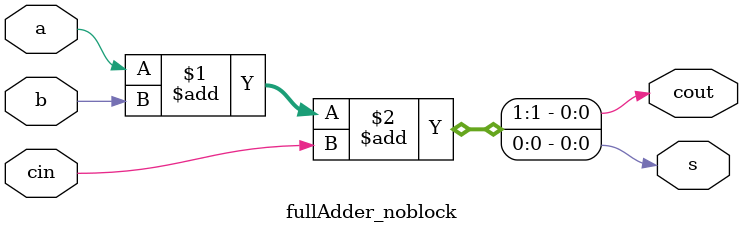
<source format=v>
`timescale 1ns / 1ns

module fullAdder(
    input a,
    input b,
    input cin,
    output cout,
    output s
    );
    
    reg cout;
    reg s;
    
always @(a or b or cin)
    begin
        {cout, s} = a+b+cin ;
    end
endmodule

module fullAdder_noblock(
    input a,
    input b,
    input cin,
    output cout,
    output s
    );
    
//    reg cout;
//    reg s;
    
    assign {cout, s} = a+b+cin;
    
endmodule

</source>
